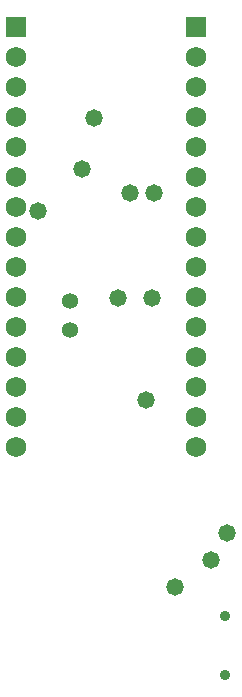
<source format=gbs>
G04*
G04 #@! TF.GenerationSoftware,Altium Limited,Altium Designer,25.2.1 (25)*
G04*
G04 Layer_Color=16711935*
%FSLAX24Y24*%
%MOIN*%
G70*
G04*
G04 #@! TF.SameCoordinates,7B2066EB-CBC2-4D7E-9A59-9876444C2551*
G04*
G04*
G04 #@! TF.FilePolarity,Negative*
G04*
G01*
G75*
%ADD44C,0.0354*%
%ADD45C,0.0533*%
%ADD46C,0.0682*%
%ADD47R,0.0682X0.0682*%
%ADD48C,0.0580*%
D44*
X7955Y6834D02*
D03*
Y4866D02*
D03*
D45*
X2800Y17350D02*
D03*
Y16366D02*
D03*
D46*
X7000Y12484D02*
D03*
Y13484D02*
D03*
Y14484D02*
D03*
Y15484D02*
D03*
Y16484D02*
D03*
Y17484D02*
D03*
Y18484D02*
D03*
Y19484D02*
D03*
Y20484D02*
D03*
Y21484D02*
D03*
Y22484D02*
D03*
Y23484D02*
D03*
Y24484D02*
D03*
Y25484D02*
D03*
X1000Y12484D02*
D03*
Y13484D02*
D03*
Y14484D02*
D03*
Y15484D02*
D03*
Y16484D02*
D03*
Y17484D02*
D03*
Y18484D02*
D03*
Y19484D02*
D03*
Y20484D02*
D03*
Y21484D02*
D03*
Y22484D02*
D03*
Y23484D02*
D03*
Y24484D02*
D03*
Y25484D02*
D03*
D47*
X7000Y26484D02*
D03*
X1000D02*
D03*
D48*
X3600Y23450D02*
D03*
X4400Y17450D02*
D03*
X6300Y7800D02*
D03*
X7500Y8700D02*
D03*
X8050Y9600D02*
D03*
X5350Y14050D02*
D03*
X3200Y21750D02*
D03*
X4800Y20931D02*
D03*
X5600Y20950D02*
D03*
X1750Y20350D02*
D03*
X5550Y17450D02*
D03*
M02*

</source>
